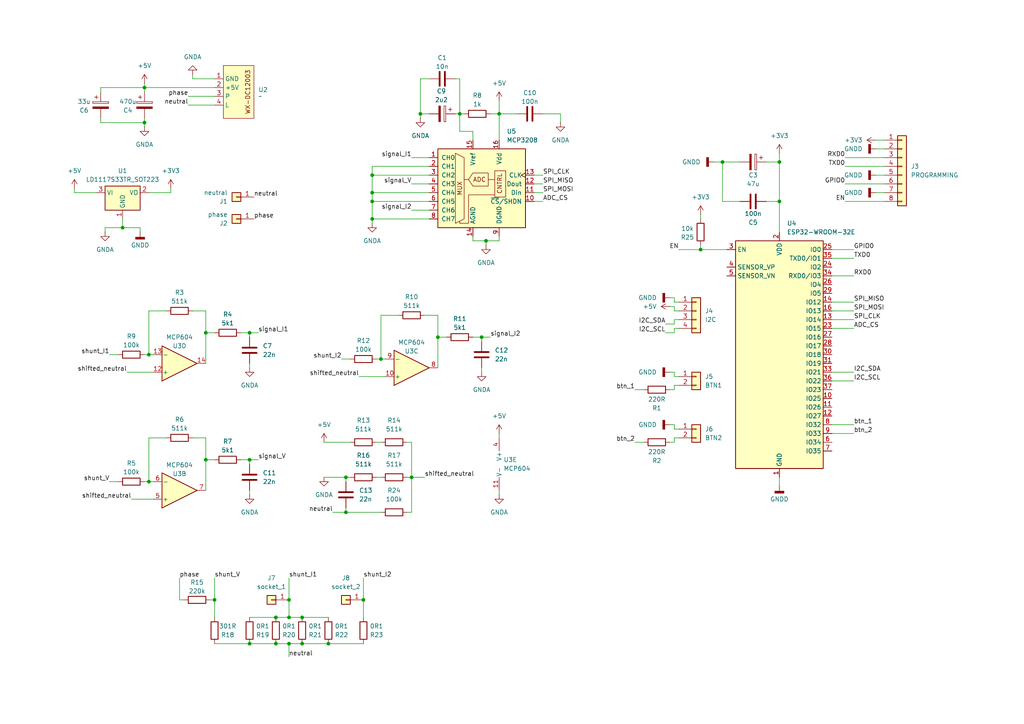
<source format=kicad_sch>
(kicad_sch (version 20231120) (generator "eeschema") (generator_version "8.0")
  (paper "A4")
  (title_block (title "Układ Sieciowego Miernika Energii") (date "2024-12-13") (company "Politechnika Warszawska") (comment 1 "Author: Igor Kędzierawski"))
  (lib_symbols
    (symbol "Amplifier_Operational:MCP604" (pin_names (offset 0.127))
      (property "Reference" "U" (at 0 5.08 0))
      (property "Value" "MCP604" (at 0 -5.08 0))
      (symbol "MCP604_1_1"
        (pin output line (at 7.62 0 180) (length 2.54) (name "~") (number "1"))
        (pin input line (at -7.62 -2.54 0) (length 2.54) (name "-") (number "2"))
        (pin input line (at -7.62 2.54 0) (length 2.54) (name "+") (number "3"))
      )
      (symbol "MCP604_2_1"
        (pin input line (at -7.62 2.54 0) (length 2.54) (name "+") (number "5"))
        (pin input line (at -7.62 -2.54 0) (length 2.54) (name "-") (number "6"))
        (pin output line (at 7.62 0 180) (length 2.54) (name "~") (number "7"))
      )
      (symbol "MCP604_3_1"
        (pin input line (at -7.62 2.54 0) (length 2.54) (name "+") (number "10"))
        (pin output line (at 7.62 0 180) (length 2.54) (name "~") (number "8"))
        (pin input line (at -7.62 -2.54 0) (length 2.54) (name "-") (number "9"))
      )
      (symbol "MCP604_4_1"
        (pin input line (at -7.62 2.54 0) (length 2.54) (name "+") (number "12"))
        (pin input line (at -7.62 -2.54 0) (length 2.54) (name "-") (number "13"))
        (pin output line (at 7.62 0 180) (length 2.54) (name "~") (number "14"))
      )
      (symbol "MCP604_5_1"
        (pin power_in line (at -2.54 -7.62 90) (length 3.81) (name "V-") (number "11"))
        (pin power_in line (at -2.54 7.62 270) (length 3.81) (name "V+") (number "4"))
      )
    )
    (symbol "Analog_ADC:MCP3208" (pin_names (offset 1.016))
      (property "Reference" "U" (at -5.08 13.335 0))
      (property "Value" "MCP3208" (at -5.08 11.43 0))
      (symbol "MCP3208_0_0"
        (text "ADC" (at -0.635 1.27 0) (effects (font (size 1.27 1.27))))
        (text "CNTRL" (at 5.969 -2.921 900) (effects (font (size 1.27 1.27)) (justify left bottom)))
        (text "MUX" (at -6.35 -1.27 900) (effects (font (size 1.27 1.27))))
      )
      (symbol "MCP3208_1_1"
        (pin input line (at -15.24 7.62 0) (length 2.54) (name "CH0") (number "1"))
        (pin input line (at 15.24 -5.08 180) (length 2.54) (name "~{CS}/SHDN") (number "10"))
        (pin input line (at 15.24 -2.54 180) (length 2.54) (name "Din") (number "11"))
        (pin output line (at 15.24 0 180) (length 2.54) (name "Dout") (number "12"))
        (pin input clock (at 15.24 2.54 180) (length 2.54) (name "CLK") (number "13"))
        (pin power_in line (at -2.54 -15.24 90) (length 2.54) (name "AGND") (number "14"))
        (pin power_in line (at -2.54 12.7 270) (length 2.54) (name "Vref") (number "15"))
        (pin power_in line (at 5.08 12.7 270) (length 2.54) (name "Vdd") (number "16"))
        (pin input line (at -15.24 5.08 0) (length 2.54) (name "CH1") (number "2"))
        (pin input line (at -15.24 2.54 0) (length 2.54) (name "CH2") (number "3"))
        (pin input line (at -15.24 0 0) (length 2.54) (name "CH3") (number "4"))
        (pin input line (at -15.24 -2.54 0) (length 2.54) (name "CH4") (number "5"))
        (pin input line (at -15.24 -5.08 0) (length 2.54) (name "CH5") (number "6"))
        (pin input line (at -15.24 -7.62 0) (length 2.54) (name "CH6") (number "7"))
        (pin input line (at -15.24 -10.16 0) (length 2.54) (name "CH7") (number "8"))
        (pin power_in line (at 5.08 -15.24 90) (length 2.54) (name "DGND") (number "9"))
      )
    )
    (symbol "Connector_Generic:Conn_01x01" (pin_names (offset 1.016) hide)
      (property "Reference" "J" (at 0 2.54 0))
      (property "Value" "Conn_01x01" (at 0 -2.54 0))
      (symbol "Conn_01x01_1_1"
        (pin passive line (at -5.08 0 0) (length 3.81) (name "Pin_1") (number "1"))
      )
    )
    (symbol "Connector_Generic:Conn_01x02" (pin_names (offset 1.016) hide)
      (property "Reference" "J" (at 0 2.54 0))
      (property "Value" "Conn_01x02" (at 0 -5.08 0))
      (symbol "Conn_01x02_1_1"
        (pin passive line (at -5.08 0 0) (length 3.81) (name "Pin_1") (number "1"))
        (pin passive line (at -5.08 -2.54 0) (length 3.81) (name "Pin_2") (number "2"))
      )
    )
    (symbol "Connector_Generic:Conn_01x04" (pin_names (offset 1.016) hide)
      (property "Reference" "J" (at 0 5.08 0))
      (property "Value" "Conn_01x04" (at 0 -7.62 0))
      (symbol "Conn_01x04_1_1"
        (pin passive line (at -5.08 2.54 0) (length 3.81) (name "Pin_1") (number "1"))
        (pin passive line (at -5.08 0 0) (length 3.81) (name "Pin_2") (number "2"))
        (pin passive line (at -5.08 -2.54 0) (length 3.81) (name "Pin_3") (number "3"))
        (pin passive line (at -5.08 -5.08 0) (length 3.81) (name "Pin_4") (number "4"))
      )
    )
    (symbol "Connector_Generic:Conn_01x08" (pin_names (offset 1.016) hide)
      (property "Reference" "J" (at 0 10.16 0))
      (property "Value" "Conn_01x08" (at 0 -12.7 0))
      (symbol "Conn_01x08_1_1"
        (pin passive line (at -5.08 7.62 0) (length 3.81) (name "Pin_1") (number "1"))
        (pin passive line (at -5.08 5.08 0) (length 3.81) (name "Pin_2") (number "2"))
        (pin passive line (at -5.08 2.54 0) (length 3.81) (name "Pin_3") (number "3"))
        (pin passive line (at -5.08 0 0) (length 3.81) (name "Pin_4") (number "4"))
        (pin passive line (at -5.08 -2.54 0) (length 3.81) (name "Pin_5") (number "5"))
        (pin passive line (at -5.08 -5.08 0) (length 3.81) (name "Pin_6") (number "6"))
        (pin passive line (at -5.08 -7.62 0) (length 3.81) (name "Pin_7") (number "7"))
        (pin passive line (at -5.08 -10.16 0) (length 3.81) (name "Pin_8") (number "8"))
      )
    )
    (symbol "Device:C" (pin_numbers hide) (pin_names (offset 0.254))
      (property "Reference" "C1" (at 0.635 2.54 0))
      (property "Value" "C" (at 0.635 -2.54 0))
      (symbol "C_1_1"
        (pin passive line (at 0 3.81 270) (length 2.794) (name "~") (number "1"))
        (pin passive line (at 0 -3.81 90) (length 2.794) (name "~") (number "2"))
      )
    )
    (symbol "Device:C_Polarized" (pin_numbers hide) (pin_names (offset 0.254))
      (property "Reference" "C1" (at 0.635 2.54 0))
      (property "Value" "C_Polarized" (at 0.635 -2.54 0))
      (symbol "C_Polarized_1_1"
        (pin passive line (at 0 3.81 270) (length 2.794) (name "~") (number "1"))
        (pin passive line (at 0 -3.81 90) (length 2.794) (name "~") (number "2"))
      )
    )
    (symbol "Device:R" (pin_numbers hide) (pin_names (offset 0))
      (property "Reference" "R1" (at 2.032 0 90))
      (property "Value" "R" (at 0 0 90))
      (symbol "R_1_1"
        (pin passive line (at 0 3.81 270) (length 1.27) (name "~") (number "1"))
        (pin passive line (at 0 -3.81 90) (length 1.27) (name "~") (number "2"))
      )
    )
    (symbol "RF_Module:ESP32-WROOM-32E"
      (property "Reference" "U" (at -12.7 34.29 0))
      (property "Value" "ESP32-WROOM-32E" (at 1.27 34.29 0))
      (symbol "ESP32-WROOM-32E_1_1"
        (pin power_in line (at 0 -35.56 90) (length 2.54) (name "GND") (number "1"))
        (pin bidirectional line (at 15.24 -12.7 180) (length 2.54) (name "IO25") (number "10"))
        (pin bidirectional line (at 15.24 -15.24 180) (length 2.54) (name "IO26") (number "11"))
        (pin bidirectional line (at 15.24 -17.78 180) (length 2.54) (name "IO27") (number "12"))
        (pin bidirectional line (at 15.24 10.16 180) (length 2.54) (name "IO14") (number "13"))
        (pin bidirectional line (at 15.24 15.24 180) (length 2.54) (name "IO12") (number "14"))
        (pin passive line (at 0 -35.56 90) (length 2.54) hide (name "GND") (number "15"))
        (pin bidirectional line (at 15.24 12.7 180) (length 2.54) (name "IO13") (number "16"))
        (pin no_connect line (at -12.7 -5.08 0) (length 2.54) hide (name "NC") (number "17"))
        (pin no_connect line (at -12.7 -7.62 0) (length 2.54) hide (name "NC") (number "18"))
        (pin no_connect line (at -12.7 -12.7 0) (length 2.54) hide (name "NC") (number "19"))
        (pin power_in line (at 0 35.56 270) (length 2.54) (name "VDD") (number "2"))
        (pin no_connect line (at -12.7 -10.16 0) (length 2.54) hide (name "NC") (number "20"))
        (pin no_connect line (at -12.7 0 0) (length 2.54) hide (name "NC") (number "21"))
        (pin no_connect line (at -12.7 -2.54 0) (length 2.54) hide (name "NC") (number "22"))
        (pin bidirectional line (at 15.24 7.62 180) (length 2.54) (name "IO15") (number "23"))
        (pin bidirectional line (at 15.24 25.4 180) (length 2.54) (name "IO2") (number "24"))
        (pin bidirectional line (at 15.24 30.48 180) (length 2.54) (name "IO0") (number "25"))
        (pin bidirectional line (at 15.24 20.32 180) (length 2.54) (name "IO4") (number "26"))
        (pin bidirectional line (at 15.24 5.08 180) (length 2.54) (name "IO16") (number "27"))
        (pin bidirectional line (at 15.24 2.54 180) (length 2.54) (name "IO17") (number "28"))
        (pin bidirectional line (at 15.24 17.78 180) (length 2.54) (name "IO5") (number "29"))
        (pin input line (at -15.24 30.48 0) (length 2.54) (name "EN") (number "3"))
        (pin bidirectional line (at 15.24 0 180) (length 2.54) (name "IO18") (number "30"))
        (pin bidirectional line (at 15.24 -2.54 180) (length 2.54) (name "IO19") (number "31"))
        (pin no_connect line (at -12.7 -27.94 0) (length 2.54) hide (name "NC") (number "32"))
        (pin bidirectional line (at 15.24 -5.08 180) (length 2.54) (name "IO21") (number "33"))
        (pin bidirectional line (at 15.24 22.86 180) (length 2.54) (name "RXD0/IO3") (number "34"))
        (pin bidirectional line (at 15.24 27.94 180) (length 2.54) (name "TXD0/IO1") (number "35"))
        (pin bidirectional line (at 15.24 -7.62 180) (length 2.54) (name "IO22") (number "36"))
        (pin bidirectional line (at 15.24 -10.16 180) (length 2.54) (name "IO23") (number "37"))
        (pin passive line (at 0 -35.56 90) (length 2.54) hide (name "GND") (number "38"))
        (pin passive line (at 0 -35.56 90) (length 2.54) hide (name "GND") (number "39"))
        (pin input line (at -15.24 25.4 0) (length 2.54) (name "SENSOR_VP") (number "4"))
        (pin input line (at -15.24 22.86 0) (length 2.54) (name "SENSOR_VN") (number "5"))
        (pin input line (at 15.24 -25.4 180) (length 2.54) (name "IO34") (number "6"))
        (pin input line (at 15.24 -27.94 180) (length 2.54) (name "IO35") (number "7"))
        (pin bidirectional line (at 15.24 -20.32 180) (length 2.54) (name "IO32") (number "8"))
        (pin bidirectional line (at 15.24 -22.86 180) (length 2.54) (name "IO33") (number "9"))
      )
    )
    (symbol "Regulator_Linear:LD1117S33TR_SOT223"
      (property "Reference" "U" (at -3.81 3.175 0))
      (property "Value" "LD1117S33TR_SOT223" (at 0 3.175 0))
      (symbol "LD1117S33TR_SOT223_1_1"
        (pin power_in line (at 0 -7.62 90) (length 2.54) (name "GND") (number "1"))
        (pin power_out line (at 7.62 0 180) (length 2.54) (name "VO") (number "2"))
        (pin power_in line (at -7.62 0 0) (length 2.54) (name "VI") (number "3"))
      )
    )
    (symbol "WX-DC12003_1"
      (property "Reference" "U" (at 0 0 0))
      (symbol "WX-DC12003_1_1_1"
        (text "WX-DC12003" (at 9.652 0 900) (effects (font (size 1.27 1.27))))
        (pin power_out line (at 0 3.81 0) (length 2.54) (name "GND") (number "1"))
        (pin power_out line (at 0 1.27 0) (length 2.54) (name "+5V") (number "2"))
        (pin power_in line (at 0 -1.27 0) (length 2.54) (name "P") (number "3"))
        (pin power_in line (at 0 -3.81 0) (length 2.54) (name "L") (number "4"))
      )
    )
    (symbol "power:+3V3" (power) (pin_numbers hide) (pin_names (offset 0) hide)
      (property "Value" "+3V3" (at 0 3.556 0))
      (symbol "+3V3_1_1"
        (pin power_in line (at 0 0 90) (length 0) (name "~") (number "1"))
      )
    )
    (symbol "power:+5V" (power) (pin_numbers hide) (pin_names (offset 0) hide)
      (property "Value" "+5V" (at 0 3.556 0))
      (symbol "+5V_1_1"
        (pin power_in line (at 0 0 90) (length 0) (name "~") (number "1"))
      )
    )
    (symbol "power:GNDA" (power) (pin_numbers hide) (pin_names (offset 0) hide)
      (property "Value" "GNDA" (at 0 -3.81 0))
      (symbol "GNDA_1_1"
        (pin power_in line (at 0 0 270) (length 0) (name "~") (number "1"))
      )
    )
    (symbol "power:GNDD" (power) (pin_numbers hide) (pin_names (offset 0) hide)
      (property "Value" "GNDD" (at 0 -3.175 0))
      (symbol "GNDD_1_1"
        (pin power_in line (at 0 0 270) (length 0) (name "~") (number "1"))
      )
    )
  )
  (junction (at 41.91 25.4))
  (junction (at 43.18 139.7))
  (junction (at 80.01 186.69))
  (junction (at 133.35 33.02))
  (junction (at 83.82 173.99))
  (junction (at 140.97 69.85))
  (junction (at 105.41 173.99))
  (junction (at 107.95 63.5))
  (junction (at 203.2 72.39))
  (junction (at 72.39 133.35))
  (junction (at 209.55 46.99))
  (junction (at 107.95 55.88))
  (junction (at 62.23 173.99))
  (junction (at 119.38 138.43))
  (junction (at 59.69 133.35))
  (junction (at 72.39 96.52))
  (junction (at 121.92 33.02))
  (junction (at 87.63 179.07))
  (junction (at 87.63 186.69))
  (junction (at 107.95 58.42))
  (junction (at 41.91 35.56))
  (junction (at 226.06 46.99))
  (junction (at 127 97.79))
  (junction (at 83.82 179.07))
  (junction (at 107.95 50.8))
  (junction (at 100.33 148.59))
  (junction (at 100.33 138.43))
  (junction (at 110.49 104.14))
  (junction (at 139.7 97.79))
  (junction (at 226.06 58.42))
  (junction (at 35.56 66.04))
  (junction (at 72.39 186.69))
  (junction (at 83.82 186.69))
  (junction (at 144.78 33.02))
  (junction (at 80.01 179.07))
  (junction (at 43.18 102.87))
  (junction (at 95.25 186.69))
  (junction (at 59.69 96.52))
  (wire (pts (xy 110.49 91.44) (xy 115.57 91.44)))
  (wire (pts (xy 195.58 109.22) (xy 195.58 107.95)))
  (wire (pts (xy 100.33 148.59) (xy 100.33 147.32)))
  (wire (pts (xy 132.08 33.02) (xy 133.35 33.02)))
  (wire (pts (xy 132.08 22.86) (xy 133.35 22.86)))
  (wire (pts (xy 144.78 68.58) (xy 144.78 69.85)))
  (wire (pts (xy 214.63 58.42) (xy 209.55 58.42)))
  (wire (pts (xy 195.58 96.52) (xy 193.04 96.52)))
  (wire (pts (xy 195.58 111.76) (xy 195.58 113.03)))
  (wire (pts (xy 118.11 138.43) (xy 119.38 138.43)))
  (wire (pts (xy 241.3 87.63) (xy 247.65 87.63)))
  (wire (pts (xy 41.91 36.83) (xy 41.91 35.56)))
  (wire (pts (xy 157.48 33.02) (xy 162.56 33.02)))
  (wire (pts (xy 140.97 69.85) (xy 144.78 69.85)))
  (wire (pts (xy 43.18 90.17) (xy 48.26 90.17)))
  (wire (pts (xy 41.91 25.4) (xy 62.23 25.4)))
  (wire (pts (xy 137.16 38.1) (xy 137.16 40.64)))
  (wire (pts (xy 144.78 127) (xy 144.78 125.73)))
  (wire (pts (xy 119.38 53.34) (xy 124.46 53.34)))
  (wire (pts (xy 203.2 62.23) (xy 203.2 63.5)))
  (wire (pts (xy 139.7 106.68) (xy 139.7 107.95)))
  (wire (pts (xy 195.58 87.63) (xy 196.85 87.63)))
  (wire (pts (xy 35.56 66.04) (xy 30.48 66.04)))
  (wire (pts (xy 195.58 128.27) (xy 194.31 128.27)))
  (wire (pts (xy 95.25 186.69) (xy 105.41 186.69)))
  (wire (pts (xy 80.01 186.69) (xy 83.82 186.69)))
  (wire (pts (xy 195.58 107.95) (xy 194.31 107.95)))
  (wire (pts (xy 195.58 86.36) (xy 195.58 87.63)))
  (wire (pts (xy 154.94 50.8) (xy 157.48 50.8)))
  (wire (pts (xy 59.69 133.35) (xy 59.69 142.24)))
  (wire (pts (xy 226.06 138.43) (xy 226.06 140.97)))
  (wire (pts (xy 29.21 26.67) (xy 29.21 25.4)))
  (wire (pts (xy 137.16 68.58) (xy 137.16 69.85)))
  (wire (pts (xy 241.3 123.19) (xy 247.65 123.19)))
  (wire (pts (xy 254 43.18) (xy 256.54 43.18)))
  (wire (pts (xy 139.7 97.79) (xy 137.16 97.79)))
  (wire (pts (xy 29.21 34.29) (xy 29.21 35.56)))
  (wire (pts (xy 93.98 138.43) (xy 100.33 138.43)))
  (wire (pts (xy 105.41 167.64) (xy 105.41 173.99)))
  (wire (pts (xy 72.39 96.52) (xy 72.39 97.79)))
  (wire (pts (xy 121.92 22.86) (xy 121.92 33.02)))
  (wire (pts (xy 31.75 139.7) (xy 34.29 139.7)))
  (wire (pts (xy 55.88 90.17) (xy 59.69 90.17)))
  (wire (pts (xy 241.3 80.01) (xy 247.65 80.01)))
  (wire (pts (xy 195.58 92.71) (xy 195.58 93.98)))
  (wire (pts (xy 59.69 90.17) (xy 59.69 96.52)))
  (wire (pts (xy 27.94 55.88) (xy 21.59 55.88)))
  (wire (pts (xy 52.07 167.64) (xy 52.07 173.99)))
  (wire (pts (xy 100.33 138.43) (xy 101.6 138.43)))
  (wire (pts (xy 72.39 105.41) (xy 72.39 106.68)))
  (wire (pts (xy 137.16 69.85) (xy 140.97 69.85)))
  (wire (pts (xy 226.06 58.42) (xy 226.06 67.31)))
  (wire (pts (xy 241.3 92.71) (xy 247.65 92.71)))
  (wire (pts (xy 119.38 128.27) (xy 119.38 138.43)))
  (wire (pts (xy 107.95 50.8) (xy 107.95 55.88)))
  (wire (pts (xy 107.95 63.5) (xy 107.95 64.77)))
  (wire (pts (xy 59.69 96.52) (xy 62.23 96.52)))
  (wire (pts (xy 195.58 88.9) (xy 195.58 90.17)))
  (wire (pts (xy 196.85 72.39) (xy 203.2 72.39)))
  (wire (pts (xy 104.14 109.22) (xy 111.76 109.22)))
  (wire (pts (xy 245.11 45.72) (xy 256.54 45.72)))
  (wire (pts (xy 245.11 58.42) (xy 256.54 58.42)))
  (wire (pts (xy 133.35 38.1) (xy 137.16 38.1)))
  (wire (pts (xy 124.46 48.26) (xy 107.95 48.26)))
  (wire (pts (xy 119.38 60.96) (xy 124.46 60.96)))
  (wire (pts (xy 144.78 29.21) (xy 144.78 33.02)))
  (wire (pts (xy 72.39 142.24) (xy 72.39 143.51)))
  (wire (pts (xy 139.7 97.79) (xy 139.7 99.06)))
  (wire (pts (xy 241.3 125.73) (xy 247.65 125.73)))
  (wire (pts (xy 72.39 133.35) (xy 69.85 133.35)))
  (wire (pts (xy 72.39 96.52) (xy 69.85 96.52)))
  (wire (pts (xy 184.15 113.03) (xy 186.69 113.03)))
  (wire (pts (xy 54.61 27.94) (xy 62.23 27.94)))
  (wire (pts (xy 107.95 58.42) (xy 124.46 58.42)))
  (wire (pts (xy 83.82 179.07) (xy 87.63 179.07)))
  (wire (pts (xy 194.31 86.36) (xy 195.58 86.36)))
  (wire (pts (xy 72.39 96.52) (xy 74.93 96.52)))
  (wire (pts (xy 195.58 113.03) (xy 194.31 113.03)))
  (wire (pts (xy 93.98 128.27) (xy 101.6 128.27)))
  (wire (pts (xy 107.95 58.42) (xy 107.95 63.5)))
  (wire (pts (xy 241.3 107.95) (xy 247.65 107.95)))
  (wire (pts (xy 87.63 179.07) (xy 95.25 179.07)))
  (wire (pts (xy 107.95 63.5) (xy 124.46 63.5)))
  (wire (pts (xy 60.96 173.99) (xy 62.23 173.99)))
  (wire (pts (xy 29.21 35.56) (xy 41.91 35.56)))
  (wire (pts (xy 62.23 173.99) (xy 62.23 179.07)))
  (wire (pts (xy 110.49 138.43) (xy 109.22 138.43)))
  (wire (pts (xy 119.38 45.72) (xy 124.46 45.72)))
  (wire (pts (xy 254 40.64) (xy 256.54 40.64)))
  (wire (pts (xy 209.55 46.99) (xy 207.01 46.99)))
  (wire (pts (xy 254 50.8) (xy 256.54 50.8)))
  (wire (pts (xy 59.69 127) (xy 59.69 133.35)))
  (wire (pts (xy 118.11 148.59) (xy 119.38 148.59)))
  (wire (pts (xy 133.35 38.1) (xy 133.35 33.02)))
  (wire (pts (xy 21.59 55.88) (xy 21.59 54.61)))
  (wire (pts (xy 144.78 33.02) (xy 144.78 40.64)))
  (wire (pts (xy 214.63 46.99) (xy 209.55 46.99)))
  (wire (pts (xy 100.33 138.43) (xy 100.33 139.7)))
  (wire (pts (xy 35.56 63.5) (xy 35.56 66.04)))
  (wire (pts (xy 154.94 53.34) (xy 157.48 53.34)))
  (wire (pts (xy 144.78 33.02) (xy 149.86 33.02)))
  (wire (pts (xy 196.85 124.46) (xy 195.58 124.46)))
  (wire (pts (xy 241.3 72.39) (xy 247.65 72.39)))
  (wire (pts (xy 72.39 133.35) (xy 74.93 133.35)))
  (wire (pts (xy 83.82 186.69) (xy 83.82 190.5)))
  (wire (pts (xy 154.94 55.88) (xy 157.48 55.88)))
  (wire (pts (xy 110.49 91.44) (xy 110.49 104.14)))
  (wire (pts (xy 142.24 33.02) (xy 144.78 33.02)))
  (wire (pts (xy 118.11 128.27) (xy 119.38 128.27)))
  (wire (pts (xy 109.22 128.27) (xy 110.49 128.27)))
  (wire (pts (xy 59.69 96.52) (xy 59.69 105.41)))
  (wire (pts (xy 62.23 186.69) (xy 72.39 186.69)))
  (wire (pts (xy 154.94 58.42) (xy 157.48 58.42)))
  (wire (pts (xy 196.85 109.22) (xy 195.58 109.22)))
  (wire (pts (xy 41.91 139.7) (xy 43.18 139.7)))
  (wire (pts (xy 226.06 46.99) (xy 222.25 46.99)))
  (wire (pts (xy 241.3 90.17) (xy 247.65 90.17)))
  (wire (pts (xy 83.82 173.99) (xy 83.82 179.07)))
  (wire (pts (xy 245.11 48.26) (xy 256.54 48.26)))
  (wire (pts (xy 226.06 58.42) (xy 222.25 58.42)))
  (wire (pts (xy 121.92 22.86) (xy 124.46 22.86)))
  (wire (pts (xy 119.38 138.43) (xy 123.19 138.43)))
  (wire (pts (xy 226.06 46.99) (xy 226.06 58.42)))
  (wire (pts (xy 96.52 148.59) (xy 100.33 148.59)))
  (wire (pts (xy 127 97.79) (xy 129.54 97.79)))
  (wire (pts (xy 121.92 33.02) (xy 124.46 33.02)))
  (wire (pts (xy 110.49 104.14) (xy 111.76 104.14)))
  (wire (pts (xy 203.2 72.39) (xy 210.82 72.39)))
  (wire (pts (xy 203.2 71.12) (xy 203.2 72.39)))
  (wire (pts (xy 54.61 30.48) (xy 62.23 30.48)))
  (wire (pts (xy 133.35 22.86) (xy 133.35 33.02)))
  (wire (pts (xy 83.82 167.64) (xy 83.82 173.99)))
  (wire (pts (xy 52.07 173.99) (xy 53.34 173.99)))
  (wire (pts (xy 195.58 111.76) (xy 196.85 111.76)))
  (wire (pts (xy 59.69 133.35) (xy 62.23 133.35)))
  (wire (pts (xy 55.88 21.59) (xy 55.88 22.86)))
  (wire (pts (xy 226.06 44.45) (xy 226.06 46.99)))
  (wire (pts (xy 43.18 139.7) (xy 44.45 139.7)))
  (wire (pts (xy 195.58 127) (xy 195.58 128.27)))
  (wire (pts (xy 196.85 95.25) (xy 195.58 95.25)))
  (wire (pts (xy 43.18 127) (xy 43.18 139.7)))
  (wire (pts (xy 123.19 91.44) (xy 127 91.44)))
  (wire (pts (xy 41.91 102.87) (xy 43.18 102.87)))
  (wire (pts (xy 41.91 25.4) (xy 41.91 24.13)))
  (wire (pts (xy 105.41 173.99) (xy 105.41 179.07)))
  (wire (pts (xy 209.55 46.99) (xy 209.55 58.42)))
  (wire (pts (xy 41.91 25.4) (xy 41.91 26.67)))
  (wire (pts (xy 55.88 127) (xy 59.69 127)))
  (wire (pts (xy 107.95 50.8) (xy 124.46 50.8)))
  (wire (pts (xy 40.64 67.31) (xy 40.64 66.04)))
  (wire (pts (xy 127 91.44) (xy 127 97.79)))
  (wire (pts (xy 241.3 95.25) (xy 247.65 95.25)))
  (wire (pts (xy 195.58 90.17) (xy 196.85 90.17)))
  (wire (pts (xy 195.58 93.98) (xy 193.04 93.98)))
  (wire (pts (xy 43.18 127) (xy 48.26 127)))
  (wire (pts (xy 119.38 138.43) (xy 119.38 148.59)))
  (wire (pts (xy 40.64 66.04) (xy 35.56 66.04)))
  (wire (pts (xy 80.01 179.07) (xy 83.82 179.07)))
  (wire (pts (xy 127 97.79) (xy 127 106.68)))
  (wire (pts (xy 107.95 55.88) (xy 124.46 55.88)))
  (wire (pts (xy 43.18 102.87) (xy 44.45 102.87)))
  (wire (pts (xy 83.82 186.69) (xy 87.63 186.69)))
  (wire (pts (xy 30.48 66.04) (xy 30.48 67.31)))
  (wire (pts (xy 109.22 104.14) (xy 110.49 104.14)))
  (wire (pts (xy 196.85 92.71) (xy 195.58 92.71)))
  (wire (pts (xy 195.58 127) (xy 196.85 127)))
  (wire (pts (xy 99.06 104.14) (xy 101.6 104.14)))
  (wire (pts (xy 41.91 35.56) (xy 41.91 34.29)))
  (wire (pts (xy 245.11 53.34) (xy 256.54 53.34)))
  (wire (pts (xy 29.21 25.4) (xy 41.91 25.4)))
  (wire (pts (xy 194.31 88.9) (xy 195.58 88.9)))
  (wire (pts (xy 107.95 48.26) (xy 107.95 50.8)))
  (wire (pts (xy 144.78 142.24) (xy 144.78 143.51)))
  (wire (pts (xy 36.83 107.95) (xy 44.45 107.95)))
  (wire (pts (xy 72.39 179.07) (xy 80.01 179.07)))
  (wire (pts (xy 140.97 71.12) (xy 140.97 69.85)))
  (wire (pts (xy 49.53 55.88) (xy 49.53 54.61)))
  (wire (pts (xy 31.75 102.87) (xy 34.29 102.87)))
  (wire (pts (xy 241.3 74.93) (xy 247.65 74.93)))
  (wire (pts (xy 133.35 33.02) (xy 134.62 33.02)))
  (wire (pts (xy 107.95 55.88) (xy 107.95 58.42)))
  (wire (pts (xy 43.18 90.17) (xy 43.18 102.87)))
  (wire (pts (xy 43.18 55.88) (xy 49.53 55.88)))
  (wire (pts (xy 254 55.88) (xy 256.54 55.88)))
  (wire (pts (xy 241.3 110.49) (xy 247.65 110.49)))
  (wire (pts (xy 121.92 34.29) (xy 121.92 33.02)))
  (wire (pts (xy 195.58 95.25) (xy 195.58 96.52)))
  (wire (pts (xy 62.23 167.64) (xy 62.23 173.99)))
  (wire (pts (xy 55.88 22.86) (xy 62.23 22.86)))
  (wire (pts (xy 195.58 124.46) (xy 195.58 123.19)))
  (wire (pts (xy 162.56 33.02) (xy 162.56 35.56)))
  (wire (pts (xy 72.39 186.69) (xy 80.01 186.69)))
  (wire (pts (xy 38.1 144.78) (xy 44.45 144.78)))
  (wire (pts (xy 72.39 133.35) (xy 72.39 134.62)))
  (wire (pts (xy 139.7 97.79) (xy 142.24 97.79)))
  (wire (pts (xy 87.63 186.69) (xy 95.25 186.69)))
  (wire (pts (xy 100.33 148.59) (xy 110.49 148.59)))
  (wire (pts (xy 184.15 128.27) (xy 186.69 128.27)))
  (wire (pts (xy 195.58 123.19) (xy 194.31 123.19)))
  (label "ADC_CS" (at 247.65 95.25 0))
  (label "SPI_MOSI" (at 157.48 55.88 0))
  (label "neutral" (at 83.82 190.5 0))
  (label "signal_I1" (at 119.38 45.72 180))
  (label "GPIO0" (at 247.65 72.39 0))
  (label "signal_V" (at 119.38 53.34 180))
  (label "phase" (at 54.61 27.94 180))
  (label "signal_I1" (at 74.93 96.52 0))
  (label "RXD0" (at 245.11 45.72 180))
  (label "signal_I2" (at 119.38 60.96 180))
  (label "shifted_neutral" (at 38.1 144.78 180))
  (label "btn_2" (at 247.65 125.73 0))
  (label "ADC_CS" (at 157.48 58.42 0))
  (label "SPI_CLK" (at 157.48 50.8 0))
  (label "SPI_MOSI" (at 247.65 90.17 0))
  (label "phase" (at 73.66 63.5 0))
  (label "shunt_I2" (at 99.06 104.14 180))
  (label "SPI_MISO" (at 157.48 53.34 0))
  (label "shunt_I2" (at 105.41 167.64 0))
  (label "EN" (at 196.85 72.39 180))
  (label "signal_I2" (at 142.24 97.79 0))
  (label "shunt_I1" (at 31.75 102.87 180))
  (label "EN" (at 245.11 58.42 180))
  (label "shunt_I1" (at 83.82 167.64 0))
  (label "btn_1" (at 247.65 123.19 0))
  (label "shunt_V" (at 62.23 167.64 0))
  (label "neutral" (at 54.61 30.48 180))
  (label "I2C_SCL" (at 193.04 96.52 180))
  (label "I2C_SDA" (at 193.04 93.98 180))
  (label "shifted_neutral" (at 36.83 107.95 180))
  (label "TXD0" (at 245.11 48.26 180))
  (label "shunt_V" (at 31.75 139.7 180))
  (label "phase" (at 52.07 167.64 0))
  (label "shifted_neutral" (at 104.14 109.22 180))
  (label "GPIO0" (at 245.11 53.34 180))
  (label "I2C_SCL" (at 247.65 110.49 0))
  (label "btn_2" (at 184.15 128.27 180))
  (label "signal_V" (at 74.93 133.35 0))
  (label "shifted_neutral" (at 123.19 138.43 0))
  (label "neutral" (at 96.52 148.59 180))
  (label "SPI_CLK" (at 247.65 92.71 0))
  (label "RXD0" (at 247.65 80.01 0))
  (label "TXD0" (at 247.65 74.93 0))
  (label "btn_1" (at 184.15 113.03 180))
  (label "SPI_MISO" (at 247.65 87.63 0))
  (label "I2C_SDA" (at 247.65 107.95 0))
  (label "neutral" (at 73.66 57.15 0))
  (symbol (lib_id "Device:R") (at 105.41 128.27 90) (unit 1)
    (property "Reference" "R13" (at 105.41 121.92 90))
    (property "Value" "511k" (at 105.41 124.46 90))
    (property "Footprint" "Resistor_THT:R_Axial_DIN0207_L6.3mm_D2.5mm_P7.62mm_Horizontal" (effects (hide yes)))
    (property "Description" "Resistor" (effects (hide yes)))
  )
  (symbol (lib_id "Connector_Generic:Conn_01x04") (at 201.93 90.17 0) (unit 1)
    (property "Reference" "J4" (at 204.47 90.1699 0) (effects (justify left)))
    (property "Value" "I2C" (at 204.47 92.7099 0) (effects (justify left)))
    (property "Footprint" "Connector_PinHeader_2.54mm:PinHeader_1x04_P2.54mm_Vertical" (effects (hide yes)))
    (property "Description" "Generic connector, single row, 01x04, script generated (kicad-library-utils/schlib/autogen/connector/)" (effects (hide yes)))
  )
  (symbol (lib_id "Device:R") (at 80.01 182.88 180) (unit 1)
    (property "Reference" "R20" (at 83.82 184.15 0))
    (property "Value" "0R1" (at 83.82 181.61 0))
    (property "Footprint" "Resistor_THT:R_Axial_DIN0414_L11.9mm_D4.5mm_P15.24mm_Horizontal" (effects (hide yes)))
    (property "Description" "Resistor" (effects (hide yes)))
  )
  (symbol (lib_id "power:GNDD") (at 194.31 107.95 270) (unit 1)
    (property "Reference" "#PWR05" (effects (hide yes)))
    (property "Value" "GNDD" (at 190.5 107.9499 90) (effects (justify right)))
    (property "Description" "Power symbol creates a global label with name \"GNDD\" , digital ground" (effects (hide yes)))
  )
  (symbol (lib_id "power:+5V") (at 21.59 54.61 0) (unit 1)
    (property "Reference" "#PWR02" (effects (hide yes)))
    (property "Value" "+5V" (at 21.59 49.53 0))
    (property "Description" "Power symbol creates a global label with name \"+5V\"" (effects (hide yes)))
  )
  (symbol (lib_id "power:GNDA") (at 144.78 143.51 0) (unit 1)
    (property "Reference" "#PWR030" (effects (hide yes)))
    (property "Value" "GNDA" (at 144.78 148.59 0))
    (property "Description" "Power symbol creates a global label with name \"GNDA\" , analog ground" (effects (hide yes)))
  )
  (symbol (lib_id "Connector_Generic:Conn_01x01") (at 100.33 173.99 180) (unit 1)
    (property "Reference" "J8" (at 100.33 167.64 0))
    (property "Value" "socket_2" (at 100.33 170.18 0))
    (property "Footprint" "custom:spade_connector_6.3_0.8" (effects (hide yes)))
    (property "Description" "Generic connector, single row, 01x01, script generated (kicad-library-utils/schlib/autogen/connector/)" (effects (hide yes)))
  )
  (symbol (lib_id "power:GNDA") (at 30.48 67.31 0) (unit 1)
    (property "Reference" "#PWR08" (effects (hide yes)))
    (property "Value" "GNDA" (at 30.48 72.39 0))
    (property "Description" "Power symbol creates a global label with name \"GNDA\" , analog ground" (effects (hide yes)))
  )
  (symbol (lib_name "WX-DC12003_1") (lib_id "custom_WX-DC12003_5V_psupply:WX-DC12003") (at 62.23 26.67 0) (unit 1)
    (property "Reference" "U2" (at 74.93 26.0349 0) (effects (justify left)))
    (property "Value" "~" (at 74.93 27.94 0) (effects (justify left)))
    (property "Footprint" "custom:WX-DC12003" (effects (hide yes)))
  )
  (symbol (lib_id "power:GNDD") (at 194.31 123.19 270) (unit 1)
    (property "Reference" "#PWR017" (effects (hide yes)))
    (property "Value" "GNDD" (at 190.5 123.1899 90) (effects (justify right)))
    (property "Description" "Power symbol creates a global label with name \"GNDD\" , digital ground" (effects (hide yes)))
  )
  (symbol (lib_id "Connector_Generic:Conn_01x01") (at 68.58 63.5 180) (unit 1)
    (property "Reference" "J2" (at 66.04 64.7701 0) (effects (justify left)))
    (property "Value" "phase" (at 66.04 62.2301 0) (effects (justify left)))
    (property "Footprint" "custom:spade_connector_6.3_0.8" (effects (hide yes)))
    (property "Description" "Generic connector, single row, 01x01, script generated (kicad-library-utils/schlib/autogen/connector/)" (effects (hide yes)))
  )
  (symbol (lib_id "power:+5V") (at 144.78 125.73 0) (unit 1)
    (property "Reference" "#PWR015" (effects (hide yes)))
    (property "Value" "+5V" (at 144.78 120.65 0))
    (property "Description" "Power symbol creates a global label with name \"+5V\"" (effects (hide yes)))
  )
  (symbol (lib_id "Device:R") (at 190.5 128.27 270) (unit 1)
    (property "Reference" "R2" (at 190.5 133.604 90))
    (property "Value" "220R" (at 190.5 131.064 90))
    (property "Footprint" "Resistor_THT:R_Axial_DIN0207_L6.3mm_D2.5mm_P7.62mm_Horizontal" (effects (hide yes)))
    (property "Description" "Resistor" (effects (hide yes)))
  )
  (symbol (lib_id "power:GNDA") (at 72.39 143.51 0) (unit 1)
    (property "Reference" "#PWR019" (effects (hide yes)))
    (property "Value" "GNDA" (at 72.39 148.59 0))
    (property "Description" "Power symbol creates a global label with name \"GNDA\" , analog ground" (effects (hide yes)))
  )
  (symbol (lib_id "Device:R") (at 38.1 139.7 90) (unit 1)
    (property "Reference" "R5" (at 38.1 134.366 90))
    (property "Value" "100k" (at 38.1 136.906 90))
    (property "Footprint" "Resistor_THT:R_Axial_DIN0207_L6.3mm_D2.5mm_P7.62mm_Horizontal" (effects (hide yes)))
    (property "Description" "Resistor" (effects (hide yes)))
  )
  (symbol (lib_id "power:GNDA") (at 55.88 21.59 180) (unit 1)
    (property "Reference" "#PWR034" (effects (hide yes)))
    (property "Value" "GNDA" (at 55.88 16.51 0))
    (property "Description" "Power symbol creates a global label with name \"GNDA\" , analog ground" (effects (hide yes)))
  )
  (symbol (lib_id "power:+3V3") (at 49.53 54.61 0) (unit 1)
    (property "Reference" "#PWR03" (effects (hide yes)))
    (property "Value" "+3V3" (at 49.53 49.53 0))
    (property "Description" "Power symbol creates a global label with name \"+3V3\"" (effects (hide yes)))
  )
  (symbol (lib_id "power:GNDA") (at 140.97 71.12 0) (unit 1)
    (property "Reference" "#PWR025" (effects (hide yes)))
    (property "Value" "GNDA" (at 140.97 76.2 0))
    (property "Description" "Power symbol creates a global label with name \"GNDA\" , analog ground" (effects (hide yes)))
  )
  (symbol (lib_id "power:GNDA") (at 93.98 138.43 0) (unit 1)
    (property "Reference" "#PWR021" (effects (hide yes)))
    (property "Value" "GNDA" (at 93.98 143.51 0))
    (property "Description" "Power symbol creates a global label with name \"GNDA\" , analog ground" (effects (hide yes)))
  )
  (symbol (lib_id "Device:C") (at 139.7 102.87 0) (unit 1)
    (property "Reference" "C12" (at 143.51 101.5999 0) (effects (justify left)))
    (property "Value" "22n" (at 143.51 104.1399 0) (effects (justify left)))
    (property "Footprint" "Capacitor_THT:C_Disc_D3.0mm_W2.0mm_P2.50mm" (effects (hide yes)))
    (property "Description" "Unpolarized capacitor" (effects (hide yes)))
  )
  (symbol (lib_id "Connector_Generic:Conn_01x08") (at 261.62 48.26 0) (unit 1)
    (property "Reference" "J3" (at 264.16 48.2599 0) (effects (justify left)))
    (property "Value" "PROGRAMMING" (at 264.16 50.7999 0) (effects (justify left)))
    (property "Footprint" "Connector_PinHeader_2.54mm:PinHeader_1x08_P2.54mm_Vertical" (effects (hide yes)))
    (property "Description" "Generic connector, single row, 01x08, script generated (kicad-library-utils/schlib/autogen/connector/)" (effects (hide yes)))
  )
  (symbol (lib_id "Device:R") (at 66.04 133.35 90) (unit 1)
    (property "Reference" "R7" (at 66.04 128.016 90))
    (property "Value" "5k1" (at 66.04 130.556 90))
    (property "Footprint" "Resistor_THT:R_Axial_DIN0207_L6.3mm_D2.5mm_P7.62mm_Horizontal" (effects (hide yes)))
    (property "Description" "Resistor" (effects (hide yes)))
  )
  (symbol (lib_id "Device:R") (at 95.25 182.88 180) (unit 1)
    (property "Reference" "R22" (at 99.06 184.15 0))
    (property "Value" "0R1" (at 99.06 181.61 0))
    (property "Footprint" "Resistor_THT:R_Axial_DIN0414_L11.9mm_D4.5mm_P15.24mm_Horizontal" (effects (hide yes)))
    (property "Description" "Resistor" (effects (hide yes)))
  )
  (symbol (lib_id "Device:C") (at 72.39 101.6 0) (unit 1)
    (property "Reference" "C7" (at 76.2 100.3299 0) (effects (justify left)))
    (property "Value" "22n" (at 76.2 102.8699 0) (effects (justify left)))
    (property "Footprint" "Capacitor_THT:C_Disc_D3.0mm_W2.0mm_P2.50mm" (effects (hide yes)))
    (property "Description" "Unpolarized capacitor" (effects (hide yes)))
  )
  (symbol (lib_id "power:+5V") (at 194.31 88.9 90) (unit 1)
    (property "Reference" "#PWR06" (effects (hide yes)))
    (property "Value" "+5V" (at 190.5 88.8999 90) (effects (justify left)))
    (property "Description" "Power symbol creates a global label with name \"+5V\"" (effects (hide yes)))
  )
  (symbol (lib_id "power:GNDA") (at 139.7 107.95 0) (unit 1)
    (property "Reference" "#PWR023" (effects (hide yes)))
    (property "Value" "GNDA" (at 139.7 113.03 0))
    (property "Description" "Power symbol creates a global label with name \"GNDA\" , analog ground" (effects (hide yes)))
  )
  (symbol (lib_id "power:+5V") (at 41.91 24.13 0) (unit 1)
    (property "Reference" "#PWR013" (effects (hide yes)))
    (property "Value" "+5V" (at 41.91 19.05 0))
    (property "Description" "Power symbol creates a global label with name \"+5V\"" (effects (hide yes)))
  )
  (symbol (lib_id "Device:C") (at 100.33 143.51 0) (unit 1)
    (property "Reference" "C13" (at 104.14 142.2399 0) (effects (justify left)))
    (property "Value" "22n" (at 104.14 144.7799 0) (effects (justify left)))
    (property "Footprint" "Capacitor_THT:C_Disc_D3.0mm_W2.0mm_P2.50mm" (effects (hide yes)))
    (property "Description" "Unpolarized capacitor" (effects (hide yes)))
  )
  (symbol (lib_id "Device:C_Polarized") (at 41.91 30.48 0) (unit 1)
    (property "Reference" "C4" (at 37.084 32.004 0))
    (property "Value" "470u" (at 37.084 29.464 0))
    (property "Footprint" "Capacitor_THT:CP_Radial_D6.3mm_P2.50mm" (effects (hide yes)))
    (property "Description" "Polarized capacitor" (effects (hide yes)))
  )
  (symbol (lib_id "power:GNDD") (at 194.31 86.36 270) (unit 1)
    (property "Reference" "#PWR014" (effects (hide yes)))
    (property "Value" "GNDD" (at 190.5 86.3599 90) (effects (justify right)))
    (property "Description" "Power symbol creates a global label with name \"GNDD\" , digital ground" (effects (hide yes)))
  )
  (symbol (lib_id "power:GNDD") (at 226.06 140.97 0) (unit 1)
    (property "Reference" "#PWR011" (effects (hide yes)))
    (property "Value" "GNDD" (at 226.06 144.78 0))
    (property "Description" "Power symbol creates a global label with name \"GNDD\" , digital ground" (effects (hide yes)))
  )
  (symbol (lib_id "Device:R") (at 52.07 90.17 90) (unit 1)
    (property "Reference" "R3" (at 52.07 84.836 90))
    (property "Value" "511k" (at 52.07 87.376 90))
    (property "Footprint" "Resistor_THT:R_Axial_DIN0207_L6.3mm_D2.5mm_P7.62mm_Horizontal" (effects (hide yes)))
    (property "Description" "Resistor" (effects (hide yes)))
  )
  (symbol (lib_id "Device:C") (at 218.44 58.42 270) (unit 1)
    (property "Reference" "C5" (at 218.44 64.516 90))
    (property "Value" "100n" (at 218.44 61.976 90))
    (property "Footprint" "Capacitor_THT:C_Disc_D3.0mm_W2.0mm_P2.50mm" (effects (hide yes)))
    (property "Description" "Unpolarized capacitor" (effects (hide yes)))
  )
  (symbol (lib_id "power:GNDD") (at 40.64 67.31 0) (unit 1)
    (property "Reference" "#PWR033" (effects (hide yes)))
    (property "Value" "GNDD" (at 40.64 71.12 0))
    (property "Description" "Power symbol creates a global label with name \"GNDD\" , digital ground" (effects (hide yes)))
  )
  (symbol (lib_id "power:+3V3") (at 203.2 62.23 0) (unit 1)
    (property "Reference" "#PWR032" (effects (hide yes)))
    (property "Value" "+3V3" (at 203.2 57.15 0))
    (property "Description" "Power symbol creates a global label with name \"+3V3\"" (effects (hide yes)))
  )
  (symbol (lib_id "Device:R") (at 62.23 182.88 180) (unit 1)
    (property "Reference" "R18" (at 66.04 184.15 0))
    (property "Value" "301R" (at 66.04 181.61 0))
    (property "Footprint" "Resistor_THT:R_Axial_DIN0207_L6.3mm_D2.5mm_P7.62mm_Horizontal" (effects (hide yes)))
    (property "Description" "Resistor" (effects (hide yes)))
  )
  (symbol (lib_id "Device:C") (at 128.27 22.86 90) (unit 1)
    (property "Reference" "C1" (at 128.27 16.764 90))
    (property "Value" "10n" (at 128.27 19.304 90))
    (property "Footprint" "Capacitor_THT:C_Disc_D3.0mm_W2.0mm_P2.50mm" (effects (hide yes)))
    (property "Description" "Unpolarized capacitor" (effects (hide yes)))
  )
  (symbol (lib_id "Device:R") (at 114.3 138.43 90) (unit 1)
    (property "Reference" "R17" (at 114.3 132.08 90))
    (property "Value" "511k" (at 114.3 134.62 90))
    (property "Footprint" "Resistor_THT:R_Axial_DIN0207_L6.3mm_D2.5mm_P7.62mm_Horizontal" (effects (hide yes)))
    (property "Description" "Resistor" (effects (hide yes)))
  )
  (symbol (lib_id "Device:C_Polarized") (at 29.21 30.48 0) (unit 1)
    (property "Reference" "C6" (at 24.384 32.004 0))
    (property "Value" "33u" (at 24.384 29.464 0))
    (property "Footprint" "Capacitor_THT:CP_Radial_D6.3mm_P2.50mm" (effects (hide yes)))
    (property "Description" "Polarized capacitor" (effects (hide yes)))
  )
  (symbol (lib_id "power:+3V3") (at 254 40.64 90) (unit 1)
    (property "Reference" "#PWR01" (effects (hide yes)))
    (property "Value" "+3V3" (at 250.19 40.6399 90) (effects (justify left)))
    (property "Description" "Power symbol creates a global label with name \"+3V3\"" (effects (hide yes)))
  )
  (symbol (lib_id "Device:C_Polarized") (at 128.27 33.02 270) (unit 1)
    (property "Reference" "C9" (at 128.016 26.416 90))
    (property "Value" "2u2" (at 128.016 28.956 90))
    (property "Footprint" "Capacitor_THT:CP_Radial_D6.3mm_P2.50mm" (effects (hide yes)))
    (property "Description" "Polarized capacitor" (effects (hide yes)))
  )
  (symbol (lib_id "Device:R") (at 133.35 97.79 90) (unit 1)
    (property "Reference" "R11" (at 133.35 92.456 90))
    (property "Value" "5k1" (at 133.35 94.996 90))
    (property "Footprint" "Resistor_THT:R_Axial_DIN0207_L6.3mm_D2.5mm_P7.62mm_Horizontal" (effects (hide yes)))
    (property "Description" "Resistor" (effects (hide yes)))
  )
  (symbol (lib_id "Amplifier_Operational:MCP604") (at 52.07 142.24 0) (mirror x) (unit 2)
    (property "Reference" "U3" (at 52.07 137.414 0))
    (property "Value" "MCP604" (at 52.07 134.874 0))
    (property "Footprint" "Package_DIP:DIP-14_W7.62mm" (effects (hide yes)))
    (property "Datasheet" "http://ww1.microchip.com/downloads/en/DeviceDoc/21314g.pdf" (effects (hide yes)))
    (property "Description" "Quad 2.7V to 6.0V Single Supply CMOS Op Amps, DIP-14/SOIC-14/TSSOP-14" (effects (hide yes)))
  )
  (symbol (lib_id "Device:R") (at 138.43 33.02 90) (unit 1)
    (property "Reference" "R8" (at 138.43 27.686 90))
    (property "Value" "1k" (at 138.43 30.226 90))
    (property "Footprint" "Resistor_THT:R_Axial_DIN0207_L6.3mm_D2.5mm_P7.62mm_Horizontal" (effects (hide yes)))
    (property "Description" "Resistor" (effects (hide yes)))
  )
  (symbol (lib_id "Amplifier_Operational:MCP604") (at 119.38 106.68 0) (mirror x) (unit 3)
    (property "Reference" "U3" (at 119.38 101.854 0))
    (property "Value" "MCP604" (at 119.38 99.314 0))
    (property "Footprint" "Package_DIP:DIP-14_W7.62mm" (effects (hide yes)))
    (property "Datasheet" "http://ww1.microchip.com/downloads/en/DeviceDoc/21314g.pdf" (effects (hide yes)))
    (property "Description" "Quad 2.7V to 6.0V Single Supply CMOS Op Amps, DIP-14/SOIC-14/TSSOP-14" (effects (hide yes)))
  )
  (symbol (lib_id "power:GNDA") (at 162.56 35.56 0) (unit 1)
    (property "Reference" "#PWR035" (effects (hide yes)))
    (property "Value" "GNDA" (at 162.56 40.64 0))
    (property "Description" "Power symbol creates a global label with name \"GNDA\" , analog ground" (effects (hide yes)))
  )
  (symbol (lib_id "Analog_ADC:MCP3208") (at 139.7 53.34 0) (unit 1)
    (property "Reference" "U5" (at 146.9741 38.1 0) (effects (justify left)))
    (property "Value" "MCP3208" (at 146.9741 40.64 0) (effects (justify left)))
    (property "Footprint" "Package_DIP:DIP-16_W7.62mm" (effects (hide yes)))
    (property "Datasheet" "http://ww1.microchip.com/downloads/en/DeviceDoc/21298c.pdf" (effects (hide yes)))
    (property "Description" "A/D Converter, 12-Bit, 8-Channel, SPI Interface , 2.7V-5.5V" (effects (hide yes)))
  )
  (symbol (lib_id "Regulator_Linear:LD1117S33TR_SOT223") (at 35.56 55.88 0) (unit 1)
    (property "Reference" "U1" (at 35.56 49.53 0))
    (property "Value" "LD1117S33TR_SOT223" (at 35.56 52.07 0))
    (property "Footprint" "Package_TO_SOT_THT:TO-220-3_Vertical" (effects (hide yes)))
    (property "Datasheet" "http://www.st.com/st-web-ui/static/active/en/resource/technical/document/datasheet/CD00000544.pdf" (effects (hide yes)))
    (property "Description" "800mA Fixed Low Drop Positive Voltage Regulator, Fixed Output 3.3V, SOT-223" (effects (hide yes)))
  )
  (symbol (lib_id "Device:R") (at 38.1 102.87 90) (unit 1)
    (property "Reference" "R9" (at 38.1 97.536 90))
    (property "Value" "100k" (at 38.1 100.076 90))
    (property "Footprint" "Resistor_THT:R_Axial_DIN0207_L6.3mm_D2.5mm_P7.62mm_Horizontal" (effects (hide yes)))
    (property "Description" "Resistor" (effects (hide yes)))
  )
  (symbol (lib_id "power:+3V3") (at 226.06 44.45 0) (unit 1)
    (property "Reference" "#PWR010" (effects (hide yes)))
    (property "Value" "+3V3" (at 226.06 39.37 0))
    (property "Description" "Power symbol creates a global label with name \"+3V3\"" (effects (hide yes)))
  )
  (symbol (lib_id "Device:R") (at 72.39 182.88 180) (unit 1)
    (property "Reference" "R19" (at 76.2 184.15 0))
    (property "Value" "0R1" (at 76.2 181.61 0))
    (property "Footprint" "Resistor_THT:R_Axial_DIN0414_L11.9mm_D4.5mm_P15.24mm_Horizontal" (effects (hide yes)))
    (property "Description" "Resistor" (effects (hide yes)))
  )
  (symbol (lib_id "Connector_Generic:Conn_01x01") (at 68.58 57.15 180) (unit 1)
    (property "Reference" "J1" (at 66.04 58.4201 0) (effects (justify left)))
    (property "Value" "neutral" (at 66.04 55.8801 0) (effects (justify left)))
    (property "Footprint" "custom:spade_connector_6.3_0.8" (effects (hide yes)))
    (property "Description" "Generic connector, single row, 01x01, script generated (kicad-library-utils/schlib/autogen/connector/)" (effects (hide yes)))
  )
  (symbol (lib_id "Connector_Generic:Conn_01x01") (at 78.74 173.99 180) (unit 1)
    (property "Reference" "J7" (at 78.74 167.64 0))
    (property "Value" "socket_1" (at 78.74 170.18 0))
    (property "Footprint" "custom:spade_connector_6.3_0.8" (effects (hide yes)))
    (property "Description" "Generic connector, single row, 01x01, script generated (kicad-library-utils/schlib/autogen/connector/)" (effects (hide yes)))
  )
  (symbol (lib_id "Device:R") (at 52.07 127 90) (unit 1)
    (property "Reference" "R6" (at 52.07 121.666 90))
    (property "Value" "511k" (at 52.07 124.206 90))
    (property "Footprint" "Resistor_THT:R_Axial_DIN0207_L6.3mm_D2.5mm_P7.62mm_Horizontal" (effects (hide yes)))
    (property "Description" "Resistor" (effects (hide yes)))
  )
  (symbol (lib_id "Device:R") (at 105.41 182.88 180) (unit 1)
    (property "Reference" "R23" (at 109.22 184.15 0))
    (property "Value" "0R1" (at 109.22 181.61 0))
    (property "Footprint" "Resistor_THT:R_Axial_DIN0414_L11.9mm_D4.5mm_P15.24mm_Horizontal" (effects (hide yes)))
    (property "Description" "Resistor" (effects (hide yes)))
  )
  (symbol (lib_id "power:GNDA") (at 41.91 36.83 0) (unit 1)
    (property "Reference" "#PWR018" (effects (hide yes)))
    (property "Value" "GNDA" (at 41.91 41.91 0))
    (property "Description" "Power symbol creates a global label with name \"GNDA\" , analog ground" (effects (hide yes)))
  )
  (symbol (lib_id "power:+5V") (at 144.78 29.21 0) (unit 1)
    (property "Reference" "#PWR020" (effects (hide yes)))
    (property "Value" "+5V" (at 144.78 24.13 0))
    (property "Description" "Power symbol creates a global label with name \"+5V\"" (effects (hide yes)))
  )
  (symbol (lib_id "Device:C") (at 72.39 138.43 0) (unit 1)
    (property "Reference" "C11" (at 76.2 137.1599 0) (effects (justify left)))
    (property "Value" "22n" (at 76.2 139.6999 0) (effects (justify left)))
    (property "Footprint" "Capacitor_THT:C_Disc_D3.0mm_W2.0mm_P2.50mm" (effects (hide yes)))
    (property "Description" "Unpolarized capacitor" (effects (hide yes)))
  )
  (symbol (lib_id "power:GNDD") (at 254 43.18 270) (unit 1)
    (property "Reference" "#PWR09" (effects (hide yes)))
    (property "Value" "GNDD" (at 250.19 43.1799 90) (effects (justify right)))
    (property "Description" "Power symbol creates a global label with name \"GNDD\" , digital ground" (effects (hide yes)))
  )
  (symbol (lib_id "Device:R") (at 190.5 113.03 270) (unit 1)
    (property "Reference" "R1" (at 190.5 118.364 90))
    (property "Value" "220R" (at 190.5 115.824 90))
    (property "Footprint" "Resistor_THT:R_Axial_DIN0207_L6.3mm_D2.5mm_P7.62mm_Horizontal" (effects (hide yes)))
    (property "Description" "Resistor" (effects (hide yes)))
  )
  (symbol (lib_id "Device:R") (at 119.38 91.44 90) (unit 1)
    (property "Reference" "R10" (at 119.38 86.106 90))
    (property "Value" "511k" (at 119.38 88.646 90))
    (property "Footprint" "Resistor_THT:R_Axial_DIN0207_L6.3mm_D2.5mm_P7.62mm_Horizontal" (effects (hide yes)))
    (property "Description" "Resistor" (effects (hide yes)))
  )
  (symbol (lib_id "power:GNDD") (at 207.01 46.99 270) (unit 1)
    (property "Reference" "#PWR031" (effects (hide yes)))
    (property "Value" "GNDD" (at 203.2 46.9899 90) (effects (justify right)))
    (property "Description" "Power symbol creates a global label with name \"GNDD\" , digital ground" (effects (hide yes)))
  )
  (symbol (lib_id "Device:R") (at 114.3 148.59 90) (unit 1)
    (property "Reference" "R24" (at 114.3 142.24 90))
    (property "Value" "100k" (at 114.3 144.78 90))
    (property "Footprint" "Resistor_THT:R_Axial_DIN0207_L6.3mm_D2.5mm_P7.62mm_Horizontal" (effects (hide yes)))
    (property "Description" "Resistor" (effects (hide yes)))
  )
  (symbol (lib_id "power:+5V") (at 93.98 128.27 0) (unit 1)
    (property "Reference" "#PWR027" (effects (hide yes)))
    (property "Value" "+5V" (at 93.98 123.19 0))
    (property "Description" "Power symbol creates a global label with name \"+5V\"" (effects (hide yes)))
  )
  (symbol (lib_id "Device:C_Polarized") (at 218.44 46.99 270) (unit 1)
    (property "Reference" "C3" (at 218.44 50.8 90))
    (property "Value" "47u" (at 218.44 53.34 90))
    (property "Footprint" "Capacitor_THT:CP_Radial_D6.3mm_P2.50mm" (effects (hide yes)))
    (property "Description" "Polarized capacitor" (effects (hide yes)))
  )
  (symbol (lib_id "RF_Module:ESP32-WROOM-32E") (at 226.06 102.87 0) (unit 1)
    (property "Reference" "U4" (at 228.2541 64.77 0) (effects (justify left)))
    (property "Value" "ESP32-WROOM-32E" (at 228.2541 67.31 0) (effects (justify left)))
    (property "Footprint" "RF_Module:ESP32-WROOM-32D" (effects (hide yes)))
    (property "Datasheet" "https://www.espressif.com/sites/default/files/documentation/esp32-wroom-32e_esp32-wroom-32ue_datasheet_en.pdf" (effects (hide yes)))
    (property "Description" "RF Module, ESP32-D0WD-V3 SoC, without PSRAM, Wi-Fi 802.11b/g/n, Bluetooth, BLE, 32-bit, 2.7-3.6V, onboard antenna, SMD" (effects (hide yes)))
  )
  (symbol (lib_id "Amplifier_Operational:MCP604") (at 147.32 134.62 0) (unit 5)
    (property "Reference" "U3" (at 146.05 133.3499 0) (effects (justify left)))
    (property "Value" "MCP604" (at 146.05 135.8899 0) (effects (justify left)))
    (property "Footprint" "Package_DIP:DIP-14_W7.62mm" (effects (hide yes)))
    (property "Datasheet" "http://ww1.microchip.com/downloads/en/DeviceDoc/21314g.pdf" (effects (hide yes)))
    (property "Description" "Quad 2.7V to 6.0V Single Supply CMOS Op Amps, DIP-14/SOIC-14/TSSOP-14" (effects (hide yes)))
  )
  (symbol (lib_id "power:GNDA") (at 107.95 64.77 0) (unit 1)
    (property "Reference" "#PWR026" (effects (hide yes)))
    (property "Value" "GNDA" (at 107.95 69.85 0))
    (property "Description" "Power symbol creates a global label with name \"GNDA\" , analog ground" (effects (hide yes)))
  )
  (symbol (lib_id "power:GNDA") (at 121.92 34.29 0) (unit 1)
    (property "Reference" "#PWR029" (effects (hide yes)))
    (property "Value" "GNDA" (at 121.92 39.37 0))
    (property "Description" "Power symbol creates a global label with name \"GNDA\" , analog ground" (effects (hide yes)))
  )
  (symbol (lib_id "Amplifier_Operational:MCP604") (at 52.07 105.41 0) (mirror x) (unit 4)
    (property "Reference" "U3" (at 52.07 100.33 0))
    (property "Value" "MCP604" (at 52.07 97.79 0))
    (property "Footprint" "Package_DIP:DIP-14_W7.62mm" (effects (hide yes)))
    (property "Datasheet" "http://ww1.microchip.com/downloads/en/DeviceDoc/21314g.pdf" (effects (hide yes)))
    (property "Description" "Quad 2.7V to 6.0V Single Supply CMOS Op Amps, DIP-14/SOIC-14/TSSOP-14" (effects (hide yes)))
  )
  (symbol (lib_id "power:GNDD") (at 254 50.8 270) (unit 1)
    (property "Reference" "#PWR07" (effects (hide yes)))
    (property "Value" "GNDD" (at 250.19 50.7999 90) (effects (justify right)))
    (property "Description" "Power symbol creates a global label with name \"GNDD\" , digital ground" (effects (hide yes)))
  )
  (symbol (lib_id "Device:C") (at 153.67 33.02 90) (unit 1)
    (property "Reference" "C10" (at 153.67 26.924 90))
    (property "Value" "100n" (at 153.67 29.464 90))
    (property "Footprint" "Capacitor_THT:C_Disc_D3.0mm_W2.0mm_P2.50mm" (effects (hide yes)))
    (property "Description" "Unpolarized capacitor" (effects (hide yes)))
  )
  (symbol (lib_id "Device:R") (at 105.41 104.14 90) (unit 1)
    (property "Reference" "R12" (at 105.41 98.806 90))
    (property "Value" "100k" (at 105.41 101.346 90))
    (property "Footprint" "Resistor_THT:R_Axial_DIN0207_L6.3mm_D2.5mm_P7.62mm_Horizontal" (effects (hide yes)))
    (property "Description" "Resistor" (effects (hide yes)))
  )
  (symbol (lib_id "Device:R") (at 66.04 96.52 90) (unit 1)
    (property "Reference" "R4" (at 66.04 91.186 90))
    (property "Value" "5k1" (at 66.04 93.726 90))
    (property "Footprint" "Resistor_THT:R_Axial_DIN0207_L6.3mm_D2.5mm_P7.62mm_Horizontal" (effects (hide yes)))
    (property "Description" "Resistor" (effects (hide yes)))
  )
  (symbol (lib_id "Device:R") (at 203.2 67.31 180) (unit 1) (on_board no)
    (property "Reference" "R25" (at 199.39 68.834 0))
    (property "Value" "10k" (at 199.39 66.294 0))
    (property "Footprint" "Resistor_THT:R_Axial_DIN0207_L6.3mm_D2.5mm_P7.62mm_Horizontal" (effects (hide yes)))
    (property "Description" "Resistor" (effects (hide yes)))
  )
  (symbol (lib_id "power:GNDD") (at 254 55.88 270) (unit 1)
    (property "Reference" "#PWR04" (effects (hide yes)))
    (property "Value" "GNDD" (at 250.19 55.8799 90) (effects (justify right)))
    (property "Description" "Power symbol creates a global label with name \"GNDD\" , digital ground" (effects (hide yes)))
  )
  (symbol (lib_id "Device:R") (at 87.63 182.88 180) (unit 1)
    (property "Reference" "R21" (at 91.44 184.15 0))
    (property "Value" "0R1" (at 91.44 181.61 0))
    (property "Footprint" "Resistor_THT:R_Axial_DIN0414_L11.9mm_D4.5mm_P15.24mm_Horizontal" (effects (hide yes)))
    (property "Description" "Resistor" (effects (hide yes)))
  )
  (symbol (lib_id "Connector_Generic:Conn_01x02") (at 201.93 109.22 0) (unit 1)
    (property "Reference" "J5" (at 204.47 109.2199 0) (effects (justify left)))
    (property "Value" "BTN1" (at 204.47 111.7599 0) (effects (justify left)))
    (property "Footprint" "Connector_PinHeader_2.00mm:PinHeader_1x02_P2.00mm_Vertical" (effects (hide yes)))
    (property "Description" "Generic connector, single row, 01x02, script generated (kicad-library-utils/schlib/autogen/connector/)" (effects (hide yes)))
  )
  (symbol (lib_id "Device:R") (at 105.41 138.43 90) (unit 1)
    (property "Reference" "R16" (at 105.41 132.08 90))
    (property "Value" "511k" (at 105.41 134.62 90))
    (property "Footprint" "Resistor_THT:R_Axial_DIN0207_L6.3mm_D2.5mm_P7.62mm_Horizontal" (effects (hide yes)))
    (property "Description" "Resistor" (effects (hide yes)))
  )
  (symbol (lib_id "Device:R") (at 57.15 173.99 270) (unit 1)
    (property "Reference" "R15" (at 57.15 168.91 90))
    (property "Value" "220k" (at 57.15 171.45 90))
    (property "Footprint" "Resistor_THT:R_Axial_DIN0207_L6.3mm_D2.5mm_P7.62mm_Horizontal" (effects (hide yes)))
    (property "Description" "Resistor" (effects (hide yes)))
  )
  (symbol (lib_id "power:GNDA") (at 72.39 106.68 0) (unit 1)
    (property "Reference" "#PWR012" (effects (hide yes)))
    (property "Value" "GNDA" (at 72.39 111.76 0))
    (property "Description" "Power symbol creates a global label with name \"GNDA\" , analog ground" (effects (hide yes)))
  )
  (symbol (lib_id "Connector_Generic:Conn_01x02") (at 201.93 124.46 0) (unit 1)
    (property "Reference" "J6" (at 204.47 124.4599 0) (effects (justify left)))
    (property "Value" "BTN2" (at 204.47 126.9999 0) (effects (justify left)))
    (property "Footprint" "Connector_PinHeader_2.00mm:PinHeader_1x02_P2.00mm_Vertical" (effects (hide yes)))
    (property "Description" "Generic connector, single row, 01x02, script generated (kicad-library-utils/schlib/autogen/connector/)" (effects (hide yes)))
  )
  (symbol (lib_id "Device:R") (at 114.3 128.27 90) (unit 1)
    (property "Reference" "R14" (at 114.3 121.92 90))
    (property "Value" "511k" (at 114.3 124.46 90))
    (property "Footprint" "Resistor_THT:R_Axial_DIN0207_L6.3mm_D2.5mm_P7.62mm_Horizontal" (effects (hide yes)))
    (property "Description" "Resistor" (effects (hide yes)))
  )
)
</source>
